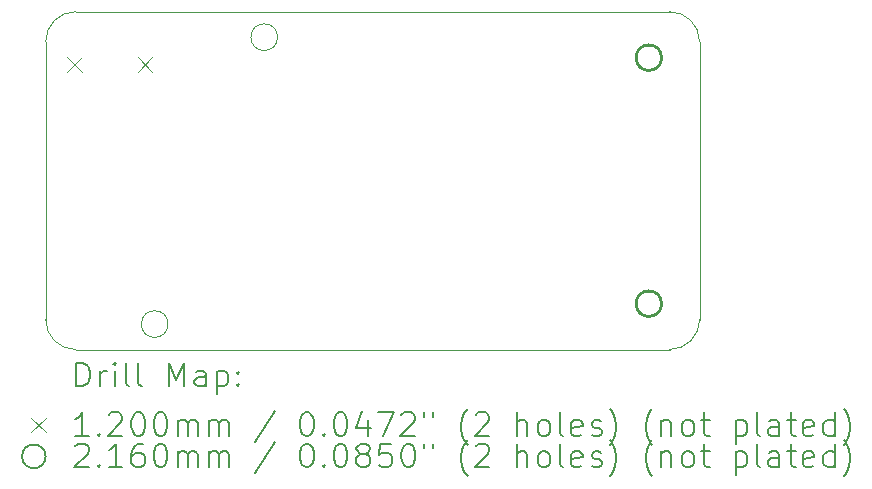
<source format=gbr>
%TF.GenerationSoftware,KiCad,Pcbnew,8.0.4*%
%TF.CreationDate,2025-03-23T22:29:44-04:00*%
%TF.ProjectId,wsg3.0,77736733-2e30-42e6-9b69-6361645f7063,rev?*%
%TF.SameCoordinates,Original*%
%TF.FileFunction,Drillmap*%
%TF.FilePolarity,Positive*%
%FSLAX45Y45*%
G04 Gerber Fmt 4.5, Leading zero omitted, Abs format (unit mm)*
G04 Created by KiCad (PCBNEW 8.0.4) date 2025-03-23 22:29:44*
%MOMM*%
%LPD*%
G01*
G04 APERTURE LIST*
%ADD10C,0.010000*%
%ADD11C,0.200000*%
%ADD12C,0.120000*%
%ADD13C,0.216000*%
G04 APERTURE END LIST*
D10*
X5283200Y0D02*
G75*
G02*
X5537200Y-254000I0J-254000D01*
G01*
X1964055Y-215913D02*
G75*
G02*
X1737995Y-215913I-113030J0D01*
G01*
X1737995Y-215913D02*
G75*
G02*
X1964055Y-215913I113030J0D01*
G01*
X254000Y-2860675D02*
X5283200Y-2860675D01*
X5537200Y-2606675D02*
G75*
G02*
X5283200Y-2860675I-254000J0D01*
G01*
X1036155Y-2644788D02*
G75*
G02*
X810095Y-2644788I-113030J0D01*
G01*
X810095Y-2644788D02*
G75*
G02*
X1036155Y-2644788I113030J0D01*
G01*
X5283200Y0D02*
X254000Y0D01*
X5537200Y-2606675D02*
X5537200Y-254000D01*
X0Y-254000D02*
G75*
G02*
X254000Y0I254000J0D01*
G01*
X254000Y-2860675D02*
G75*
G02*
X0Y-2606675I0J254000D01*
G01*
X0Y-254000D02*
X0Y-2606675D01*
D11*
D12*
X184000Y-387000D02*
X304000Y-507000D01*
X304000Y-387000D02*
X184000Y-507000D01*
X784000Y-387000D02*
X904000Y-507000D01*
X904000Y-387000D02*
X784000Y-507000D01*
D13*
X5215300Y-389400D02*
G75*
G02*
X4999300Y-389400I-108000J0D01*
G01*
X4999300Y-389400D02*
G75*
G02*
X5215300Y-389400I108000J0D01*
G01*
X5215300Y-2472400D02*
G75*
G02*
X4999300Y-2472400I-108000J0D01*
G01*
X4999300Y-2472400D02*
G75*
G02*
X5215300Y-2472400I108000J0D01*
G01*
D11*
X260277Y-3172659D02*
X260277Y-2972659D01*
X260277Y-2972659D02*
X307896Y-2972659D01*
X307896Y-2972659D02*
X336467Y-2982183D01*
X336467Y-2982183D02*
X355515Y-3001230D01*
X355515Y-3001230D02*
X365039Y-3020278D01*
X365039Y-3020278D02*
X374562Y-3058373D01*
X374562Y-3058373D02*
X374562Y-3086944D01*
X374562Y-3086944D02*
X365039Y-3125040D01*
X365039Y-3125040D02*
X355515Y-3144087D01*
X355515Y-3144087D02*
X336467Y-3163135D01*
X336467Y-3163135D02*
X307896Y-3172659D01*
X307896Y-3172659D02*
X260277Y-3172659D01*
X460277Y-3172659D02*
X460277Y-3039325D01*
X460277Y-3077421D02*
X469801Y-3058373D01*
X469801Y-3058373D02*
X479324Y-3048849D01*
X479324Y-3048849D02*
X498372Y-3039325D01*
X498372Y-3039325D02*
X517420Y-3039325D01*
X584086Y-3172659D02*
X584086Y-3039325D01*
X584086Y-2972659D02*
X574563Y-2982183D01*
X574563Y-2982183D02*
X584086Y-2991706D01*
X584086Y-2991706D02*
X593610Y-2982183D01*
X593610Y-2982183D02*
X584086Y-2972659D01*
X584086Y-2972659D02*
X584086Y-2991706D01*
X707896Y-3172659D02*
X688848Y-3163135D01*
X688848Y-3163135D02*
X679324Y-3144087D01*
X679324Y-3144087D02*
X679324Y-2972659D01*
X812658Y-3172659D02*
X793610Y-3163135D01*
X793610Y-3163135D02*
X784086Y-3144087D01*
X784086Y-3144087D02*
X784086Y-2972659D01*
X1041229Y-3172659D02*
X1041229Y-2972659D01*
X1041229Y-2972659D02*
X1107896Y-3115516D01*
X1107896Y-3115516D02*
X1174563Y-2972659D01*
X1174563Y-2972659D02*
X1174563Y-3172659D01*
X1355515Y-3172659D02*
X1355515Y-3067897D01*
X1355515Y-3067897D02*
X1345991Y-3048849D01*
X1345991Y-3048849D02*
X1326944Y-3039325D01*
X1326944Y-3039325D02*
X1288848Y-3039325D01*
X1288848Y-3039325D02*
X1269801Y-3048849D01*
X1355515Y-3163135D02*
X1336467Y-3172659D01*
X1336467Y-3172659D02*
X1288848Y-3172659D01*
X1288848Y-3172659D02*
X1269801Y-3163135D01*
X1269801Y-3163135D02*
X1260277Y-3144087D01*
X1260277Y-3144087D02*
X1260277Y-3125040D01*
X1260277Y-3125040D02*
X1269801Y-3105992D01*
X1269801Y-3105992D02*
X1288848Y-3096468D01*
X1288848Y-3096468D02*
X1336467Y-3096468D01*
X1336467Y-3096468D02*
X1355515Y-3086944D01*
X1450753Y-3039325D02*
X1450753Y-3239325D01*
X1450753Y-3048849D02*
X1469801Y-3039325D01*
X1469801Y-3039325D02*
X1507896Y-3039325D01*
X1507896Y-3039325D02*
X1526943Y-3048849D01*
X1526943Y-3048849D02*
X1536467Y-3058373D01*
X1536467Y-3058373D02*
X1545991Y-3077421D01*
X1545991Y-3077421D02*
X1545991Y-3134563D01*
X1545991Y-3134563D02*
X1536467Y-3153611D01*
X1536467Y-3153611D02*
X1526943Y-3163135D01*
X1526943Y-3163135D02*
X1507896Y-3172659D01*
X1507896Y-3172659D02*
X1469801Y-3172659D01*
X1469801Y-3172659D02*
X1450753Y-3163135D01*
X1631705Y-3153611D02*
X1641229Y-3163135D01*
X1641229Y-3163135D02*
X1631705Y-3172659D01*
X1631705Y-3172659D02*
X1622182Y-3163135D01*
X1622182Y-3163135D02*
X1631705Y-3153611D01*
X1631705Y-3153611D02*
X1631705Y-3172659D01*
X1631705Y-3048849D02*
X1641229Y-3058373D01*
X1641229Y-3058373D02*
X1631705Y-3067897D01*
X1631705Y-3067897D02*
X1622182Y-3058373D01*
X1622182Y-3058373D02*
X1631705Y-3048849D01*
X1631705Y-3048849D02*
X1631705Y-3067897D01*
D12*
X-120500Y-3441175D02*
X-500Y-3561175D01*
X-500Y-3441175D02*
X-120500Y-3561175D01*
D11*
X365039Y-3592659D02*
X250753Y-3592659D01*
X307896Y-3592659D02*
X307896Y-3392659D01*
X307896Y-3392659D02*
X288848Y-3421230D01*
X288848Y-3421230D02*
X269801Y-3440278D01*
X269801Y-3440278D02*
X250753Y-3449802D01*
X450753Y-3573611D02*
X460277Y-3583135D01*
X460277Y-3583135D02*
X450753Y-3592659D01*
X450753Y-3592659D02*
X441229Y-3583135D01*
X441229Y-3583135D02*
X450753Y-3573611D01*
X450753Y-3573611D02*
X450753Y-3592659D01*
X536467Y-3411706D02*
X545991Y-3402183D01*
X545991Y-3402183D02*
X565039Y-3392659D01*
X565039Y-3392659D02*
X612658Y-3392659D01*
X612658Y-3392659D02*
X631705Y-3402183D01*
X631705Y-3402183D02*
X641229Y-3411706D01*
X641229Y-3411706D02*
X650753Y-3430754D01*
X650753Y-3430754D02*
X650753Y-3449802D01*
X650753Y-3449802D02*
X641229Y-3478373D01*
X641229Y-3478373D02*
X526944Y-3592659D01*
X526944Y-3592659D02*
X650753Y-3592659D01*
X774562Y-3392659D02*
X793610Y-3392659D01*
X793610Y-3392659D02*
X812658Y-3402183D01*
X812658Y-3402183D02*
X822182Y-3411706D01*
X822182Y-3411706D02*
X831705Y-3430754D01*
X831705Y-3430754D02*
X841229Y-3468849D01*
X841229Y-3468849D02*
X841229Y-3516468D01*
X841229Y-3516468D02*
X831705Y-3554563D01*
X831705Y-3554563D02*
X822182Y-3573611D01*
X822182Y-3573611D02*
X812658Y-3583135D01*
X812658Y-3583135D02*
X793610Y-3592659D01*
X793610Y-3592659D02*
X774562Y-3592659D01*
X774562Y-3592659D02*
X755515Y-3583135D01*
X755515Y-3583135D02*
X745991Y-3573611D01*
X745991Y-3573611D02*
X736467Y-3554563D01*
X736467Y-3554563D02*
X726943Y-3516468D01*
X726943Y-3516468D02*
X726943Y-3468849D01*
X726943Y-3468849D02*
X736467Y-3430754D01*
X736467Y-3430754D02*
X745991Y-3411706D01*
X745991Y-3411706D02*
X755515Y-3402183D01*
X755515Y-3402183D02*
X774562Y-3392659D01*
X965039Y-3392659D02*
X984086Y-3392659D01*
X984086Y-3392659D02*
X1003134Y-3402183D01*
X1003134Y-3402183D02*
X1012658Y-3411706D01*
X1012658Y-3411706D02*
X1022182Y-3430754D01*
X1022182Y-3430754D02*
X1031705Y-3468849D01*
X1031705Y-3468849D02*
X1031705Y-3516468D01*
X1031705Y-3516468D02*
X1022182Y-3554563D01*
X1022182Y-3554563D02*
X1012658Y-3573611D01*
X1012658Y-3573611D02*
X1003134Y-3583135D01*
X1003134Y-3583135D02*
X984086Y-3592659D01*
X984086Y-3592659D02*
X965039Y-3592659D01*
X965039Y-3592659D02*
X945991Y-3583135D01*
X945991Y-3583135D02*
X936467Y-3573611D01*
X936467Y-3573611D02*
X926943Y-3554563D01*
X926943Y-3554563D02*
X917420Y-3516468D01*
X917420Y-3516468D02*
X917420Y-3468849D01*
X917420Y-3468849D02*
X926943Y-3430754D01*
X926943Y-3430754D02*
X936467Y-3411706D01*
X936467Y-3411706D02*
X945991Y-3402183D01*
X945991Y-3402183D02*
X965039Y-3392659D01*
X1117420Y-3592659D02*
X1117420Y-3459325D01*
X1117420Y-3478373D02*
X1126944Y-3468849D01*
X1126944Y-3468849D02*
X1145991Y-3459325D01*
X1145991Y-3459325D02*
X1174563Y-3459325D01*
X1174563Y-3459325D02*
X1193610Y-3468849D01*
X1193610Y-3468849D02*
X1203134Y-3487897D01*
X1203134Y-3487897D02*
X1203134Y-3592659D01*
X1203134Y-3487897D02*
X1212658Y-3468849D01*
X1212658Y-3468849D02*
X1231705Y-3459325D01*
X1231705Y-3459325D02*
X1260277Y-3459325D01*
X1260277Y-3459325D02*
X1279325Y-3468849D01*
X1279325Y-3468849D02*
X1288848Y-3487897D01*
X1288848Y-3487897D02*
X1288848Y-3592659D01*
X1384086Y-3592659D02*
X1384086Y-3459325D01*
X1384086Y-3478373D02*
X1393610Y-3468849D01*
X1393610Y-3468849D02*
X1412658Y-3459325D01*
X1412658Y-3459325D02*
X1441229Y-3459325D01*
X1441229Y-3459325D02*
X1460277Y-3468849D01*
X1460277Y-3468849D02*
X1469801Y-3487897D01*
X1469801Y-3487897D02*
X1469801Y-3592659D01*
X1469801Y-3487897D02*
X1479324Y-3468849D01*
X1479324Y-3468849D02*
X1498372Y-3459325D01*
X1498372Y-3459325D02*
X1526943Y-3459325D01*
X1526943Y-3459325D02*
X1545991Y-3468849D01*
X1545991Y-3468849D02*
X1555515Y-3487897D01*
X1555515Y-3487897D02*
X1555515Y-3592659D01*
X1945991Y-3383135D02*
X1774563Y-3640278D01*
X2203134Y-3392659D02*
X2222182Y-3392659D01*
X2222182Y-3392659D02*
X2241229Y-3402183D01*
X2241229Y-3402183D02*
X2250753Y-3411706D01*
X2250753Y-3411706D02*
X2260277Y-3430754D01*
X2260277Y-3430754D02*
X2269801Y-3468849D01*
X2269801Y-3468849D02*
X2269801Y-3516468D01*
X2269801Y-3516468D02*
X2260277Y-3554563D01*
X2260277Y-3554563D02*
X2250753Y-3573611D01*
X2250753Y-3573611D02*
X2241229Y-3583135D01*
X2241229Y-3583135D02*
X2222182Y-3592659D01*
X2222182Y-3592659D02*
X2203134Y-3592659D01*
X2203134Y-3592659D02*
X2184087Y-3583135D01*
X2184087Y-3583135D02*
X2174563Y-3573611D01*
X2174563Y-3573611D02*
X2165039Y-3554563D01*
X2165039Y-3554563D02*
X2155515Y-3516468D01*
X2155515Y-3516468D02*
X2155515Y-3468849D01*
X2155515Y-3468849D02*
X2165039Y-3430754D01*
X2165039Y-3430754D02*
X2174563Y-3411706D01*
X2174563Y-3411706D02*
X2184087Y-3402183D01*
X2184087Y-3402183D02*
X2203134Y-3392659D01*
X2355515Y-3573611D02*
X2365039Y-3583135D01*
X2365039Y-3583135D02*
X2355515Y-3592659D01*
X2355515Y-3592659D02*
X2345991Y-3583135D01*
X2345991Y-3583135D02*
X2355515Y-3573611D01*
X2355515Y-3573611D02*
X2355515Y-3592659D01*
X2488848Y-3392659D02*
X2507896Y-3392659D01*
X2507896Y-3392659D02*
X2526944Y-3402183D01*
X2526944Y-3402183D02*
X2536468Y-3411706D01*
X2536468Y-3411706D02*
X2545991Y-3430754D01*
X2545991Y-3430754D02*
X2555515Y-3468849D01*
X2555515Y-3468849D02*
X2555515Y-3516468D01*
X2555515Y-3516468D02*
X2545991Y-3554563D01*
X2545991Y-3554563D02*
X2536468Y-3573611D01*
X2536468Y-3573611D02*
X2526944Y-3583135D01*
X2526944Y-3583135D02*
X2507896Y-3592659D01*
X2507896Y-3592659D02*
X2488848Y-3592659D01*
X2488848Y-3592659D02*
X2469801Y-3583135D01*
X2469801Y-3583135D02*
X2460277Y-3573611D01*
X2460277Y-3573611D02*
X2450753Y-3554563D01*
X2450753Y-3554563D02*
X2441229Y-3516468D01*
X2441229Y-3516468D02*
X2441229Y-3468849D01*
X2441229Y-3468849D02*
X2450753Y-3430754D01*
X2450753Y-3430754D02*
X2460277Y-3411706D01*
X2460277Y-3411706D02*
X2469801Y-3402183D01*
X2469801Y-3402183D02*
X2488848Y-3392659D01*
X2726944Y-3459325D02*
X2726944Y-3592659D01*
X2679325Y-3383135D02*
X2631706Y-3525992D01*
X2631706Y-3525992D02*
X2755515Y-3525992D01*
X2812658Y-3392659D02*
X2945991Y-3392659D01*
X2945991Y-3392659D02*
X2860277Y-3592659D01*
X3012658Y-3411706D02*
X3022182Y-3402183D01*
X3022182Y-3402183D02*
X3041229Y-3392659D01*
X3041229Y-3392659D02*
X3088848Y-3392659D01*
X3088848Y-3392659D02*
X3107896Y-3402183D01*
X3107896Y-3402183D02*
X3117420Y-3411706D01*
X3117420Y-3411706D02*
X3126944Y-3430754D01*
X3126944Y-3430754D02*
X3126944Y-3449802D01*
X3126944Y-3449802D02*
X3117420Y-3478373D01*
X3117420Y-3478373D02*
X3003134Y-3592659D01*
X3003134Y-3592659D02*
X3126944Y-3592659D01*
X3203134Y-3392659D02*
X3203134Y-3430754D01*
X3279325Y-3392659D02*
X3279325Y-3430754D01*
X3574563Y-3668849D02*
X3565039Y-3659325D01*
X3565039Y-3659325D02*
X3545991Y-3630754D01*
X3545991Y-3630754D02*
X3536468Y-3611706D01*
X3536468Y-3611706D02*
X3526944Y-3583135D01*
X3526944Y-3583135D02*
X3517420Y-3535516D01*
X3517420Y-3535516D02*
X3517420Y-3497421D01*
X3517420Y-3497421D02*
X3526944Y-3449802D01*
X3526944Y-3449802D02*
X3536468Y-3421230D01*
X3536468Y-3421230D02*
X3545991Y-3402183D01*
X3545991Y-3402183D02*
X3565039Y-3373611D01*
X3565039Y-3373611D02*
X3574563Y-3364087D01*
X3641229Y-3411706D02*
X3650753Y-3402183D01*
X3650753Y-3402183D02*
X3669801Y-3392659D01*
X3669801Y-3392659D02*
X3717420Y-3392659D01*
X3717420Y-3392659D02*
X3736468Y-3402183D01*
X3736468Y-3402183D02*
X3745991Y-3411706D01*
X3745991Y-3411706D02*
X3755515Y-3430754D01*
X3755515Y-3430754D02*
X3755515Y-3449802D01*
X3755515Y-3449802D02*
X3745991Y-3478373D01*
X3745991Y-3478373D02*
X3631706Y-3592659D01*
X3631706Y-3592659D02*
X3755515Y-3592659D01*
X3993610Y-3592659D02*
X3993610Y-3392659D01*
X4079325Y-3592659D02*
X4079325Y-3487897D01*
X4079325Y-3487897D02*
X4069801Y-3468849D01*
X4069801Y-3468849D02*
X4050753Y-3459325D01*
X4050753Y-3459325D02*
X4022182Y-3459325D01*
X4022182Y-3459325D02*
X4003134Y-3468849D01*
X4003134Y-3468849D02*
X3993610Y-3478373D01*
X4203134Y-3592659D02*
X4184087Y-3583135D01*
X4184087Y-3583135D02*
X4174563Y-3573611D01*
X4174563Y-3573611D02*
X4165039Y-3554563D01*
X4165039Y-3554563D02*
X4165039Y-3497421D01*
X4165039Y-3497421D02*
X4174563Y-3478373D01*
X4174563Y-3478373D02*
X4184087Y-3468849D01*
X4184087Y-3468849D02*
X4203134Y-3459325D01*
X4203134Y-3459325D02*
X4231706Y-3459325D01*
X4231706Y-3459325D02*
X4250753Y-3468849D01*
X4250753Y-3468849D02*
X4260277Y-3478373D01*
X4260277Y-3478373D02*
X4269801Y-3497421D01*
X4269801Y-3497421D02*
X4269801Y-3554563D01*
X4269801Y-3554563D02*
X4260277Y-3573611D01*
X4260277Y-3573611D02*
X4250753Y-3583135D01*
X4250753Y-3583135D02*
X4231706Y-3592659D01*
X4231706Y-3592659D02*
X4203134Y-3592659D01*
X4384087Y-3592659D02*
X4365039Y-3583135D01*
X4365039Y-3583135D02*
X4355515Y-3564087D01*
X4355515Y-3564087D02*
X4355515Y-3392659D01*
X4536468Y-3583135D02*
X4517420Y-3592659D01*
X4517420Y-3592659D02*
X4479325Y-3592659D01*
X4479325Y-3592659D02*
X4460277Y-3583135D01*
X4460277Y-3583135D02*
X4450753Y-3564087D01*
X4450753Y-3564087D02*
X4450753Y-3487897D01*
X4450753Y-3487897D02*
X4460277Y-3468849D01*
X4460277Y-3468849D02*
X4479325Y-3459325D01*
X4479325Y-3459325D02*
X4517420Y-3459325D01*
X4517420Y-3459325D02*
X4536468Y-3468849D01*
X4536468Y-3468849D02*
X4545992Y-3487897D01*
X4545992Y-3487897D02*
X4545992Y-3506944D01*
X4545992Y-3506944D02*
X4450753Y-3525992D01*
X4622182Y-3583135D02*
X4641230Y-3592659D01*
X4641230Y-3592659D02*
X4679325Y-3592659D01*
X4679325Y-3592659D02*
X4698373Y-3583135D01*
X4698373Y-3583135D02*
X4707896Y-3564087D01*
X4707896Y-3564087D02*
X4707896Y-3554563D01*
X4707896Y-3554563D02*
X4698373Y-3535516D01*
X4698373Y-3535516D02*
X4679325Y-3525992D01*
X4679325Y-3525992D02*
X4650753Y-3525992D01*
X4650753Y-3525992D02*
X4631706Y-3516468D01*
X4631706Y-3516468D02*
X4622182Y-3497421D01*
X4622182Y-3497421D02*
X4622182Y-3487897D01*
X4622182Y-3487897D02*
X4631706Y-3468849D01*
X4631706Y-3468849D02*
X4650753Y-3459325D01*
X4650753Y-3459325D02*
X4679325Y-3459325D01*
X4679325Y-3459325D02*
X4698373Y-3468849D01*
X4774563Y-3668849D02*
X4784087Y-3659325D01*
X4784087Y-3659325D02*
X4803134Y-3630754D01*
X4803134Y-3630754D02*
X4812658Y-3611706D01*
X4812658Y-3611706D02*
X4822182Y-3583135D01*
X4822182Y-3583135D02*
X4831706Y-3535516D01*
X4831706Y-3535516D02*
X4831706Y-3497421D01*
X4831706Y-3497421D02*
X4822182Y-3449802D01*
X4822182Y-3449802D02*
X4812658Y-3421230D01*
X4812658Y-3421230D02*
X4803134Y-3402183D01*
X4803134Y-3402183D02*
X4784087Y-3373611D01*
X4784087Y-3373611D02*
X4774563Y-3364087D01*
X5136468Y-3668849D02*
X5126944Y-3659325D01*
X5126944Y-3659325D02*
X5107896Y-3630754D01*
X5107896Y-3630754D02*
X5098373Y-3611706D01*
X5098373Y-3611706D02*
X5088849Y-3583135D01*
X5088849Y-3583135D02*
X5079325Y-3535516D01*
X5079325Y-3535516D02*
X5079325Y-3497421D01*
X5079325Y-3497421D02*
X5088849Y-3449802D01*
X5088849Y-3449802D02*
X5098373Y-3421230D01*
X5098373Y-3421230D02*
X5107896Y-3402183D01*
X5107896Y-3402183D02*
X5126944Y-3373611D01*
X5126944Y-3373611D02*
X5136468Y-3364087D01*
X5212658Y-3459325D02*
X5212658Y-3592659D01*
X5212658Y-3478373D02*
X5222182Y-3468849D01*
X5222182Y-3468849D02*
X5241230Y-3459325D01*
X5241230Y-3459325D02*
X5269801Y-3459325D01*
X5269801Y-3459325D02*
X5288849Y-3468849D01*
X5288849Y-3468849D02*
X5298373Y-3487897D01*
X5298373Y-3487897D02*
X5298373Y-3592659D01*
X5422182Y-3592659D02*
X5403134Y-3583135D01*
X5403134Y-3583135D02*
X5393611Y-3573611D01*
X5393611Y-3573611D02*
X5384087Y-3554563D01*
X5384087Y-3554563D02*
X5384087Y-3497421D01*
X5384087Y-3497421D02*
X5393611Y-3478373D01*
X5393611Y-3478373D02*
X5403134Y-3468849D01*
X5403134Y-3468849D02*
X5422182Y-3459325D01*
X5422182Y-3459325D02*
X5450754Y-3459325D01*
X5450754Y-3459325D02*
X5469801Y-3468849D01*
X5469801Y-3468849D02*
X5479325Y-3478373D01*
X5479325Y-3478373D02*
X5488849Y-3497421D01*
X5488849Y-3497421D02*
X5488849Y-3554563D01*
X5488849Y-3554563D02*
X5479325Y-3573611D01*
X5479325Y-3573611D02*
X5469801Y-3583135D01*
X5469801Y-3583135D02*
X5450754Y-3592659D01*
X5450754Y-3592659D02*
X5422182Y-3592659D01*
X5545992Y-3459325D02*
X5622182Y-3459325D01*
X5574563Y-3392659D02*
X5574563Y-3564087D01*
X5574563Y-3564087D02*
X5584087Y-3583135D01*
X5584087Y-3583135D02*
X5603134Y-3592659D01*
X5603134Y-3592659D02*
X5622182Y-3592659D01*
X5841230Y-3459325D02*
X5841230Y-3659325D01*
X5841230Y-3468849D02*
X5860277Y-3459325D01*
X5860277Y-3459325D02*
X5898373Y-3459325D01*
X5898373Y-3459325D02*
X5917420Y-3468849D01*
X5917420Y-3468849D02*
X5926944Y-3478373D01*
X5926944Y-3478373D02*
X5936468Y-3497421D01*
X5936468Y-3497421D02*
X5936468Y-3554563D01*
X5936468Y-3554563D02*
X5926944Y-3573611D01*
X5926944Y-3573611D02*
X5917420Y-3583135D01*
X5917420Y-3583135D02*
X5898373Y-3592659D01*
X5898373Y-3592659D02*
X5860277Y-3592659D01*
X5860277Y-3592659D02*
X5841230Y-3583135D01*
X6050753Y-3592659D02*
X6031706Y-3583135D01*
X6031706Y-3583135D02*
X6022182Y-3564087D01*
X6022182Y-3564087D02*
X6022182Y-3392659D01*
X6212658Y-3592659D02*
X6212658Y-3487897D01*
X6212658Y-3487897D02*
X6203134Y-3468849D01*
X6203134Y-3468849D02*
X6184087Y-3459325D01*
X6184087Y-3459325D02*
X6145992Y-3459325D01*
X6145992Y-3459325D02*
X6126944Y-3468849D01*
X6212658Y-3583135D02*
X6193611Y-3592659D01*
X6193611Y-3592659D02*
X6145992Y-3592659D01*
X6145992Y-3592659D02*
X6126944Y-3583135D01*
X6126944Y-3583135D02*
X6117420Y-3564087D01*
X6117420Y-3564087D02*
X6117420Y-3545040D01*
X6117420Y-3545040D02*
X6126944Y-3525992D01*
X6126944Y-3525992D02*
X6145992Y-3516468D01*
X6145992Y-3516468D02*
X6193611Y-3516468D01*
X6193611Y-3516468D02*
X6212658Y-3506944D01*
X6279325Y-3459325D02*
X6355515Y-3459325D01*
X6307896Y-3392659D02*
X6307896Y-3564087D01*
X6307896Y-3564087D02*
X6317420Y-3583135D01*
X6317420Y-3583135D02*
X6336468Y-3592659D01*
X6336468Y-3592659D02*
X6355515Y-3592659D01*
X6498373Y-3583135D02*
X6479325Y-3592659D01*
X6479325Y-3592659D02*
X6441230Y-3592659D01*
X6441230Y-3592659D02*
X6422182Y-3583135D01*
X6422182Y-3583135D02*
X6412658Y-3564087D01*
X6412658Y-3564087D02*
X6412658Y-3487897D01*
X6412658Y-3487897D02*
X6422182Y-3468849D01*
X6422182Y-3468849D02*
X6441230Y-3459325D01*
X6441230Y-3459325D02*
X6479325Y-3459325D01*
X6479325Y-3459325D02*
X6498373Y-3468849D01*
X6498373Y-3468849D02*
X6507896Y-3487897D01*
X6507896Y-3487897D02*
X6507896Y-3506944D01*
X6507896Y-3506944D02*
X6412658Y-3525992D01*
X6679325Y-3592659D02*
X6679325Y-3392659D01*
X6679325Y-3583135D02*
X6660277Y-3592659D01*
X6660277Y-3592659D02*
X6622182Y-3592659D01*
X6622182Y-3592659D02*
X6603134Y-3583135D01*
X6603134Y-3583135D02*
X6593611Y-3573611D01*
X6593611Y-3573611D02*
X6584087Y-3554563D01*
X6584087Y-3554563D02*
X6584087Y-3497421D01*
X6584087Y-3497421D02*
X6593611Y-3478373D01*
X6593611Y-3478373D02*
X6603134Y-3468849D01*
X6603134Y-3468849D02*
X6622182Y-3459325D01*
X6622182Y-3459325D02*
X6660277Y-3459325D01*
X6660277Y-3459325D02*
X6679325Y-3468849D01*
X6755515Y-3668849D02*
X6765039Y-3659325D01*
X6765039Y-3659325D02*
X6784087Y-3630754D01*
X6784087Y-3630754D02*
X6793611Y-3611706D01*
X6793611Y-3611706D02*
X6803134Y-3583135D01*
X6803134Y-3583135D02*
X6812658Y-3535516D01*
X6812658Y-3535516D02*
X6812658Y-3497421D01*
X6812658Y-3497421D02*
X6803134Y-3449802D01*
X6803134Y-3449802D02*
X6793611Y-3421230D01*
X6793611Y-3421230D02*
X6784087Y-3402183D01*
X6784087Y-3402183D02*
X6765039Y-3373611D01*
X6765039Y-3373611D02*
X6755515Y-3364087D01*
X-500Y-3765175D02*
G75*
G02*
X-200500Y-3765175I-100000J0D01*
G01*
X-200500Y-3765175D02*
G75*
G02*
X-500Y-3765175I100000J0D01*
G01*
X250753Y-3675706D02*
X260277Y-3666183D01*
X260277Y-3666183D02*
X279324Y-3656659D01*
X279324Y-3656659D02*
X326944Y-3656659D01*
X326944Y-3656659D02*
X345991Y-3666183D01*
X345991Y-3666183D02*
X355515Y-3675706D01*
X355515Y-3675706D02*
X365039Y-3694754D01*
X365039Y-3694754D02*
X365039Y-3713802D01*
X365039Y-3713802D02*
X355515Y-3742373D01*
X355515Y-3742373D02*
X241229Y-3856659D01*
X241229Y-3856659D02*
X365039Y-3856659D01*
X450753Y-3837611D02*
X460277Y-3847135D01*
X460277Y-3847135D02*
X450753Y-3856659D01*
X450753Y-3856659D02*
X441229Y-3847135D01*
X441229Y-3847135D02*
X450753Y-3837611D01*
X450753Y-3837611D02*
X450753Y-3856659D01*
X650753Y-3856659D02*
X536467Y-3856659D01*
X593610Y-3856659D02*
X593610Y-3656659D01*
X593610Y-3656659D02*
X574563Y-3685230D01*
X574563Y-3685230D02*
X555515Y-3704278D01*
X555515Y-3704278D02*
X536467Y-3713802D01*
X822182Y-3656659D02*
X784086Y-3656659D01*
X784086Y-3656659D02*
X765039Y-3666183D01*
X765039Y-3666183D02*
X755515Y-3675706D01*
X755515Y-3675706D02*
X736467Y-3704278D01*
X736467Y-3704278D02*
X726943Y-3742373D01*
X726943Y-3742373D02*
X726943Y-3818563D01*
X726943Y-3818563D02*
X736467Y-3837611D01*
X736467Y-3837611D02*
X745991Y-3847135D01*
X745991Y-3847135D02*
X765039Y-3856659D01*
X765039Y-3856659D02*
X803134Y-3856659D01*
X803134Y-3856659D02*
X822182Y-3847135D01*
X822182Y-3847135D02*
X831705Y-3837611D01*
X831705Y-3837611D02*
X841229Y-3818563D01*
X841229Y-3818563D02*
X841229Y-3770944D01*
X841229Y-3770944D02*
X831705Y-3751897D01*
X831705Y-3751897D02*
X822182Y-3742373D01*
X822182Y-3742373D02*
X803134Y-3732849D01*
X803134Y-3732849D02*
X765039Y-3732849D01*
X765039Y-3732849D02*
X745991Y-3742373D01*
X745991Y-3742373D02*
X736467Y-3751897D01*
X736467Y-3751897D02*
X726943Y-3770944D01*
X965039Y-3656659D02*
X984086Y-3656659D01*
X984086Y-3656659D02*
X1003134Y-3666183D01*
X1003134Y-3666183D02*
X1012658Y-3675706D01*
X1012658Y-3675706D02*
X1022182Y-3694754D01*
X1022182Y-3694754D02*
X1031705Y-3732849D01*
X1031705Y-3732849D02*
X1031705Y-3780468D01*
X1031705Y-3780468D02*
X1022182Y-3818563D01*
X1022182Y-3818563D02*
X1012658Y-3837611D01*
X1012658Y-3837611D02*
X1003134Y-3847135D01*
X1003134Y-3847135D02*
X984086Y-3856659D01*
X984086Y-3856659D02*
X965039Y-3856659D01*
X965039Y-3856659D02*
X945991Y-3847135D01*
X945991Y-3847135D02*
X936467Y-3837611D01*
X936467Y-3837611D02*
X926943Y-3818563D01*
X926943Y-3818563D02*
X917420Y-3780468D01*
X917420Y-3780468D02*
X917420Y-3732849D01*
X917420Y-3732849D02*
X926943Y-3694754D01*
X926943Y-3694754D02*
X936467Y-3675706D01*
X936467Y-3675706D02*
X945991Y-3666183D01*
X945991Y-3666183D02*
X965039Y-3656659D01*
X1117420Y-3856659D02*
X1117420Y-3723325D01*
X1117420Y-3742373D02*
X1126944Y-3732849D01*
X1126944Y-3732849D02*
X1145991Y-3723325D01*
X1145991Y-3723325D02*
X1174563Y-3723325D01*
X1174563Y-3723325D02*
X1193610Y-3732849D01*
X1193610Y-3732849D02*
X1203134Y-3751897D01*
X1203134Y-3751897D02*
X1203134Y-3856659D01*
X1203134Y-3751897D02*
X1212658Y-3732849D01*
X1212658Y-3732849D02*
X1231705Y-3723325D01*
X1231705Y-3723325D02*
X1260277Y-3723325D01*
X1260277Y-3723325D02*
X1279325Y-3732849D01*
X1279325Y-3732849D02*
X1288848Y-3751897D01*
X1288848Y-3751897D02*
X1288848Y-3856659D01*
X1384086Y-3856659D02*
X1384086Y-3723325D01*
X1384086Y-3742373D02*
X1393610Y-3732849D01*
X1393610Y-3732849D02*
X1412658Y-3723325D01*
X1412658Y-3723325D02*
X1441229Y-3723325D01*
X1441229Y-3723325D02*
X1460277Y-3732849D01*
X1460277Y-3732849D02*
X1469801Y-3751897D01*
X1469801Y-3751897D02*
X1469801Y-3856659D01*
X1469801Y-3751897D02*
X1479324Y-3732849D01*
X1479324Y-3732849D02*
X1498372Y-3723325D01*
X1498372Y-3723325D02*
X1526943Y-3723325D01*
X1526943Y-3723325D02*
X1545991Y-3732849D01*
X1545991Y-3732849D02*
X1555515Y-3751897D01*
X1555515Y-3751897D02*
X1555515Y-3856659D01*
X1945991Y-3647135D02*
X1774563Y-3904278D01*
X2203134Y-3656659D02*
X2222182Y-3656659D01*
X2222182Y-3656659D02*
X2241229Y-3666183D01*
X2241229Y-3666183D02*
X2250753Y-3675706D01*
X2250753Y-3675706D02*
X2260277Y-3694754D01*
X2260277Y-3694754D02*
X2269801Y-3732849D01*
X2269801Y-3732849D02*
X2269801Y-3780468D01*
X2269801Y-3780468D02*
X2260277Y-3818563D01*
X2260277Y-3818563D02*
X2250753Y-3837611D01*
X2250753Y-3837611D02*
X2241229Y-3847135D01*
X2241229Y-3847135D02*
X2222182Y-3856659D01*
X2222182Y-3856659D02*
X2203134Y-3856659D01*
X2203134Y-3856659D02*
X2184087Y-3847135D01*
X2184087Y-3847135D02*
X2174563Y-3837611D01*
X2174563Y-3837611D02*
X2165039Y-3818563D01*
X2165039Y-3818563D02*
X2155515Y-3780468D01*
X2155515Y-3780468D02*
X2155515Y-3732849D01*
X2155515Y-3732849D02*
X2165039Y-3694754D01*
X2165039Y-3694754D02*
X2174563Y-3675706D01*
X2174563Y-3675706D02*
X2184087Y-3666183D01*
X2184087Y-3666183D02*
X2203134Y-3656659D01*
X2355515Y-3837611D02*
X2365039Y-3847135D01*
X2365039Y-3847135D02*
X2355515Y-3856659D01*
X2355515Y-3856659D02*
X2345991Y-3847135D01*
X2345991Y-3847135D02*
X2355515Y-3837611D01*
X2355515Y-3837611D02*
X2355515Y-3856659D01*
X2488848Y-3656659D02*
X2507896Y-3656659D01*
X2507896Y-3656659D02*
X2526944Y-3666183D01*
X2526944Y-3666183D02*
X2536468Y-3675706D01*
X2536468Y-3675706D02*
X2545991Y-3694754D01*
X2545991Y-3694754D02*
X2555515Y-3732849D01*
X2555515Y-3732849D02*
X2555515Y-3780468D01*
X2555515Y-3780468D02*
X2545991Y-3818563D01*
X2545991Y-3818563D02*
X2536468Y-3837611D01*
X2536468Y-3837611D02*
X2526944Y-3847135D01*
X2526944Y-3847135D02*
X2507896Y-3856659D01*
X2507896Y-3856659D02*
X2488848Y-3856659D01*
X2488848Y-3856659D02*
X2469801Y-3847135D01*
X2469801Y-3847135D02*
X2460277Y-3837611D01*
X2460277Y-3837611D02*
X2450753Y-3818563D01*
X2450753Y-3818563D02*
X2441229Y-3780468D01*
X2441229Y-3780468D02*
X2441229Y-3732849D01*
X2441229Y-3732849D02*
X2450753Y-3694754D01*
X2450753Y-3694754D02*
X2460277Y-3675706D01*
X2460277Y-3675706D02*
X2469801Y-3666183D01*
X2469801Y-3666183D02*
X2488848Y-3656659D01*
X2669801Y-3742373D02*
X2650753Y-3732849D01*
X2650753Y-3732849D02*
X2641229Y-3723325D01*
X2641229Y-3723325D02*
X2631706Y-3704278D01*
X2631706Y-3704278D02*
X2631706Y-3694754D01*
X2631706Y-3694754D02*
X2641229Y-3675706D01*
X2641229Y-3675706D02*
X2650753Y-3666183D01*
X2650753Y-3666183D02*
X2669801Y-3656659D01*
X2669801Y-3656659D02*
X2707896Y-3656659D01*
X2707896Y-3656659D02*
X2726944Y-3666183D01*
X2726944Y-3666183D02*
X2736468Y-3675706D01*
X2736468Y-3675706D02*
X2745991Y-3694754D01*
X2745991Y-3694754D02*
X2745991Y-3704278D01*
X2745991Y-3704278D02*
X2736468Y-3723325D01*
X2736468Y-3723325D02*
X2726944Y-3732849D01*
X2726944Y-3732849D02*
X2707896Y-3742373D01*
X2707896Y-3742373D02*
X2669801Y-3742373D01*
X2669801Y-3742373D02*
X2650753Y-3751897D01*
X2650753Y-3751897D02*
X2641229Y-3761421D01*
X2641229Y-3761421D02*
X2631706Y-3780468D01*
X2631706Y-3780468D02*
X2631706Y-3818563D01*
X2631706Y-3818563D02*
X2641229Y-3837611D01*
X2641229Y-3837611D02*
X2650753Y-3847135D01*
X2650753Y-3847135D02*
X2669801Y-3856659D01*
X2669801Y-3856659D02*
X2707896Y-3856659D01*
X2707896Y-3856659D02*
X2726944Y-3847135D01*
X2726944Y-3847135D02*
X2736468Y-3837611D01*
X2736468Y-3837611D02*
X2745991Y-3818563D01*
X2745991Y-3818563D02*
X2745991Y-3780468D01*
X2745991Y-3780468D02*
X2736468Y-3761421D01*
X2736468Y-3761421D02*
X2726944Y-3751897D01*
X2726944Y-3751897D02*
X2707896Y-3742373D01*
X2926944Y-3656659D02*
X2831706Y-3656659D01*
X2831706Y-3656659D02*
X2822182Y-3751897D01*
X2822182Y-3751897D02*
X2831706Y-3742373D01*
X2831706Y-3742373D02*
X2850753Y-3732849D01*
X2850753Y-3732849D02*
X2898372Y-3732849D01*
X2898372Y-3732849D02*
X2917420Y-3742373D01*
X2917420Y-3742373D02*
X2926944Y-3751897D01*
X2926944Y-3751897D02*
X2936467Y-3770944D01*
X2936467Y-3770944D02*
X2936467Y-3818563D01*
X2936467Y-3818563D02*
X2926944Y-3837611D01*
X2926944Y-3837611D02*
X2917420Y-3847135D01*
X2917420Y-3847135D02*
X2898372Y-3856659D01*
X2898372Y-3856659D02*
X2850753Y-3856659D01*
X2850753Y-3856659D02*
X2831706Y-3847135D01*
X2831706Y-3847135D02*
X2822182Y-3837611D01*
X3060277Y-3656659D02*
X3079325Y-3656659D01*
X3079325Y-3656659D02*
X3098372Y-3666183D01*
X3098372Y-3666183D02*
X3107896Y-3675706D01*
X3107896Y-3675706D02*
X3117420Y-3694754D01*
X3117420Y-3694754D02*
X3126944Y-3732849D01*
X3126944Y-3732849D02*
X3126944Y-3780468D01*
X3126944Y-3780468D02*
X3117420Y-3818563D01*
X3117420Y-3818563D02*
X3107896Y-3837611D01*
X3107896Y-3837611D02*
X3098372Y-3847135D01*
X3098372Y-3847135D02*
X3079325Y-3856659D01*
X3079325Y-3856659D02*
X3060277Y-3856659D01*
X3060277Y-3856659D02*
X3041229Y-3847135D01*
X3041229Y-3847135D02*
X3031706Y-3837611D01*
X3031706Y-3837611D02*
X3022182Y-3818563D01*
X3022182Y-3818563D02*
X3012658Y-3780468D01*
X3012658Y-3780468D02*
X3012658Y-3732849D01*
X3012658Y-3732849D02*
X3022182Y-3694754D01*
X3022182Y-3694754D02*
X3031706Y-3675706D01*
X3031706Y-3675706D02*
X3041229Y-3666183D01*
X3041229Y-3666183D02*
X3060277Y-3656659D01*
X3203134Y-3656659D02*
X3203134Y-3694754D01*
X3279325Y-3656659D02*
X3279325Y-3694754D01*
X3574563Y-3932849D02*
X3565039Y-3923325D01*
X3565039Y-3923325D02*
X3545991Y-3894754D01*
X3545991Y-3894754D02*
X3536468Y-3875706D01*
X3536468Y-3875706D02*
X3526944Y-3847135D01*
X3526944Y-3847135D02*
X3517420Y-3799516D01*
X3517420Y-3799516D02*
X3517420Y-3761421D01*
X3517420Y-3761421D02*
X3526944Y-3713802D01*
X3526944Y-3713802D02*
X3536468Y-3685230D01*
X3536468Y-3685230D02*
X3545991Y-3666183D01*
X3545991Y-3666183D02*
X3565039Y-3637611D01*
X3565039Y-3637611D02*
X3574563Y-3628087D01*
X3641229Y-3675706D02*
X3650753Y-3666183D01*
X3650753Y-3666183D02*
X3669801Y-3656659D01*
X3669801Y-3656659D02*
X3717420Y-3656659D01*
X3717420Y-3656659D02*
X3736468Y-3666183D01*
X3736468Y-3666183D02*
X3745991Y-3675706D01*
X3745991Y-3675706D02*
X3755515Y-3694754D01*
X3755515Y-3694754D02*
X3755515Y-3713802D01*
X3755515Y-3713802D02*
X3745991Y-3742373D01*
X3745991Y-3742373D02*
X3631706Y-3856659D01*
X3631706Y-3856659D02*
X3755515Y-3856659D01*
X3993610Y-3856659D02*
X3993610Y-3656659D01*
X4079325Y-3856659D02*
X4079325Y-3751897D01*
X4079325Y-3751897D02*
X4069801Y-3732849D01*
X4069801Y-3732849D02*
X4050753Y-3723325D01*
X4050753Y-3723325D02*
X4022182Y-3723325D01*
X4022182Y-3723325D02*
X4003134Y-3732849D01*
X4003134Y-3732849D02*
X3993610Y-3742373D01*
X4203134Y-3856659D02*
X4184087Y-3847135D01*
X4184087Y-3847135D02*
X4174563Y-3837611D01*
X4174563Y-3837611D02*
X4165039Y-3818563D01*
X4165039Y-3818563D02*
X4165039Y-3761421D01*
X4165039Y-3761421D02*
X4174563Y-3742373D01*
X4174563Y-3742373D02*
X4184087Y-3732849D01*
X4184087Y-3732849D02*
X4203134Y-3723325D01*
X4203134Y-3723325D02*
X4231706Y-3723325D01*
X4231706Y-3723325D02*
X4250753Y-3732849D01*
X4250753Y-3732849D02*
X4260277Y-3742373D01*
X4260277Y-3742373D02*
X4269801Y-3761421D01*
X4269801Y-3761421D02*
X4269801Y-3818563D01*
X4269801Y-3818563D02*
X4260277Y-3837611D01*
X4260277Y-3837611D02*
X4250753Y-3847135D01*
X4250753Y-3847135D02*
X4231706Y-3856659D01*
X4231706Y-3856659D02*
X4203134Y-3856659D01*
X4384087Y-3856659D02*
X4365039Y-3847135D01*
X4365039Y-3847135D02*
X4355515Y-3828087D01*
X4355515Y-3828087D02*
X4355515Y-3656659D01*
X4536468Y-3847135D02*
X4517420Y-3856659D01*
X4517420Y-3856659D02*
X4479325Y-3856659D01*
X4479325Y-3856659D02*
X4460277Y-3847135D01*
X4460277Y-3847135D02*
X4450753Y-3828087D01*
X4450753Y-3828087D02*
X4450753Y-3751897D01*
X4450753Y-3751897D02*
X4460277Y-3732849D01*
X4460277Y-3732849D02*
X4479325Y-3723325D01*
X4479325Y-3723325D02*
X4517420Y-3723325D01*
X4517420Y-3723325D02*
X4536468Y-3732849D01*
X4536468Y-3732849D02*
X4545992Y-3751897D01*
X4545992Y-3751897D02*
X4545992Y-3770944D01*
X4545992Y-3770944D02*
X4450753Y-3789992D01*
X4622182Y-3847135D02*
X4641230Y-3856659D01*
X4641230Y-3856659D02*
X4679325Y-3856659D01*
X4679325Y-3856659D02*
X4698373Y-3847135D01*
X4698373Y-3847135D02*
X4707896Y-3828087D01*
X4707896Y-3828087D02*
X4707896Y-3818563D01*
X4707896Y-3818563D02*
X4698373Y-3799516D01*
X4698373Y-3799516D02*
X4679325Y-3789992D01*
X4679325Y-3789992D02*
X4650753Y-3789992D01*
X4650753Y-3789992D02*
X4631706Y-3780468D01*
X4631706Y-3780468D02*
X4622182Y-3761421D01*
X4622182Y-3761421D02*
X4622182Y-3751897D01*
X4622182Y-3751897D02*
X4631706Y-3732849D01*
X4631706Y-3732849D02*
X4650753Y-3723325D01*
X4650753Y-3723325D02*
X4679325Y-3723325D01*
X4679325Y-3723325D02*
X4698373Y-3732849D01*
X4774563Y-3932849D02*
X4784087Y-3923325D01*
X4784087Y-3923325D02*
X4803134Y-3894754D01*
X4803134Y-3894754D02*
X4812658Y-3875706D01*
X4812658Y-3875706D02*
X4822182Y-3847135D01*
X4822182Y-3847135D02*
X4831706Y-3799516D01*
X4831706Y-3799516D02*
X4831706Y-3761421D01*
X4831706Y-3761421D02*
X4822182Y-3713802D01*
X4822182Y-3713802D02*
X4812658Y-3685230D01*
X4812658Y-3685230D02*
X4803134Y-3666183D01*
X4803134Y-3666183D02*
X4784087Y-3637611D01*
X4784087Y-3637611D02*
X4774563Y-3628087D01*
X5136468Y-3932849D02*
X5126944Y-3923325D01*
X5126944Y-3923325D02*
X5107896Y-3894754D01*
X5107896Y-3894754D02*
X5098373Y-3875706D01*
X5098373Y-3875706D02*
X5088849Y-3847135D01*
X5088849Y-3847135D02*
X5079325Y-3799516D01*
X5079325Y-3799516D02*
X5079325Y-3761421D01*
X5079325Y-3761421D02*
X5088849Y-3713802D01*
X5088849Y-3713802D02*
X5098373Y-3685230D01*
X5098373Y-3685230D02*
X5107896Y-3666183D01*
X5107896Y-3666183D02*
X5126944Y-3637611D01*
X5126944Y-3637611D02*
X5136468Y-3628087D01*
X5212658Y-3723325D02*
X5212658Y-3856659D01*
X5212658Y-3742373D02*
X5222182Y-3732849D01*
X5222182Y-3732849D02*
X5241230Y-3723325D01*
X5241230Y-3723325D02*
X5269801Y-3723325D01*
X5269801Y-3723325D02*
X5288849Y-3732849D01*
X5288849Y-3732849D02*
X5298373Y-3751897D01*
X5298373Y-3751897D02*
X5298373Y-3856659D01*
X5422182Y-3856659D02*
X5403134Y-3847135D01*
X5403134Y-3847135D02*
X5393611Y-3837611D01*
X5393611Y-3837611D02*
X5384087Y-3818563D01*
X5384087Y-3818563D02*
X5384087Y-3761421D01*
X5384087Y-3761421D02*
X5393611Y-3742373D01*
X5393611Y-3742373D02*
X5403134Y-3732849D01*
X5403134Y-3732849D02*
X5422182Y-3723325D01*
X5422182Y-3723325D02*
X5450754Y-3723325D01*
X5450754Y-3723325D02*
X5469801Y-3732849D01*
X5469801Y-3732849D02*
X5479325Y-3742373D01*
X5479325Y-3742373D02*
X5488849Y-3761421D01*
X5488849Y-3761421D02*
X5488849Y-3818563D01*
X5488849Y-3818563D02*
X5479325Y-3837611D01*
X5479325Y-3837611D02*
X5469801Y-3847135D01*
X5469801Y-3847135D02*
X5450754Y-3856659D01*
X5450754Y-3856659D02*
X5422182Y-3856659D01*
X5545992Y-3723325D02*
X5622182Y-3723325D01*
X5574563Y-3656659D02*
X5574563Y-3828087D01*
X5574563Y-3828087D02*
X5584087Y-3847135D01*
X5584087Y-3847135D02*
X5603134Y-3856659D01*
X5603134Y-3856659D02*
X5622182Y-3856659D01*
X5841230Y-3723325D02*
X5841230Y-3923325D01*
X5841230Y-3732849D02*
X5860277Y-3723325D01*
X5860277Y-3723325D02*
X5898373Y-3723325D01*
X5898373Y-3723325D02*
X5917420Y-3732849D01*
X5917420Y-3732849D02*
X5926944Y-3742373D01*
X5926944Y-3742373D02*
X5936468Y-3761421D01*
X5936468Y-3761421D02*
X5936468Y-3818563D01*
X5936468Y-3818563D02*
X5926944Y-3837611D01*
X5926944Y-3837611D02*
X5917420Y-3847135D01*
X5917420Y-3847135D02*
X5898373Y-3856659D01*
X5898373Y-3856659D02*
X5860277Y-3856659D01*
X5860277Y-3856659D02*
X5841230Y-3847135D01*
X6050753Y-3856659D02*
X6031706Y-3847135D01*
X6031706Y-3847135D02*
X6022182Y-3828087D01*
X6022182Y-3828087D02*
X6022182Y-3656659D01*
X6212658Y-3856659D02*
X6212658Y-3751897D01*
X6212658Y-3751897D02*
X6203134Y-3732849D01*
X6203134Y-3732849D02*
X6184087Y-3723325D01*
X6184087Y-3723325D02*
X6145992Y-3723325D01*
X6145992Y-3723325D02*
X6126944Y-3732849D01*
X6212658Y-3847135D02*
X6193611Y-3856659D01*
X6193611Y-3856659D02*
X6145992Y-3856659D01*
X6145992Y-3856659D02*
X6126944Y-3847135D01*
X6126944Y-3847135D02*
X6117420Y-3828087D01*
X6117420Y-3828087D02*
X6117420Y-3809040D01*
X6117420Y-3809040D02*
X6126944Y-3789992D01*
X6126944Y-3789992D02*
X6145992Y-3780468D01*
X6145992Y-3780468D02*
X6193611Y-3780468D01*
X6193611Y-3780468D02*
X6212658Y-3770944D01*
X6279325Y-3723325D02*
X6355515Y-3723325D01*
X6307896Y-3656659D02*
X6307896Y-3828087D01*
X6307896Y-3828087D02*
X6317420Y-3847135D01*
X6317420Y-3847135D02*
X6336468Y-3856659D01*
X6336468Y-3856659D02*
X6355515Y-3856659D01*
X6498373Y-3847135D02*
X6479325Y-3856659D01*
X6479325Y-3856659D02*
X6441230Y-3856659D01*
X6441230Y-3856659D02*
X6422182Y-3847135D01*
X6422182Y-3847135D02*
X6412658Y-3828087D01*
X6412658Y-3828087D02*
X6412658Y-3751897D01*
X6412658Y-3751897D02*
X6422182Y-3732849D01*
X6422182Y-3732849D02*
X6441230Y-3723325D01*
X6441230Y-3723325D02*
X6479325Y-3723325D01*
X6479325Y-3723325D02*
X6498373Y-3732849D01*
X6498373Y-3732849D02*
X6507896Y-3751897D01*
X6507896Y-3751897D02*
X6507896Y-3770944D01*
X6507896Y-3770944D02*
X6412658Y-3789992D01*
X6679325Y-3856659D02*
X6679325Y-3656659D01*
X6679325Y-3847135D02*
X6660277Y-3856659D01*
X6660277Y-3856659D02*
X6622182Y-3856659D01*
X6622182Y-3856659D02*
X6603134Y-3847135D01*
X6603134Y-3847135D02*
X6593611Y-3837611D01*
X6593611Y-3837611D02*
X6584087Y-3818563D01*
X6584087Y-3818563D02*
X6584087Y-3761421D01*
X6584087Y-3761421D02*
X6593611Y-3742373D01*
X6593611Y-3742373D02*
X6603134Y-3732849D01*
X6603134Y-3732849D02*
X6622182Y-3723325D01*
X6622182Y-3723325D02*
X6660277Y-3723325D01*
X6660277Y-3723325D02*
X6679325Y-3732849D01*
X6755515Y-3932849D02*
X6765039Y-3923325D01*
X6765039Y-3923325D02*
X6784087Y-3894754D01*
X6784087Y-3894754D02*
X6793611Y-3875706D01*
X6793611Y-3875706D02*
X6803134Y-3847135D01*
X6803134Y-3847135D02*
X6812658Y-3799516D01*
X6812658Y-3799516D02*
X6812658Y-3761421D01*
X6812658Y-3761421D02*
X6803134Y-3713802D01*
X6803134Y-3713802D02*
X6793611Y-3685230D01*
X6793611Y-3685230D02*
X6784087Y-3666183D01*
X6784087Y-3666183D02*
X6765039Y-3637611D01*
X6765039Y-3637611D02*
X6755515Y-3628087D01*
M02*

</source>
